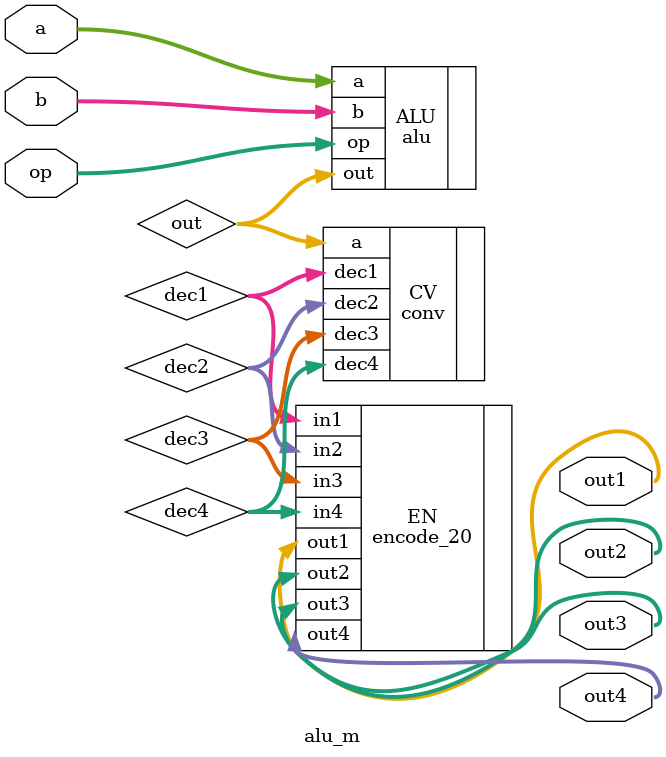
<source format=v>
`timescale 1ns / 1ps


module alu_m(a, b, op,out1,out2,out3,out4);
input [9:0] a, b;
input [2:0] op;
output [4:0] out1, out2, out3, out4;
wire [13:0] out;
wire [3:0] dec1, dec2, dec3, dec4;

alu ALU(.a(a), .b(b), .op(op), .out(out));
conv CV(.a(out), .dec1(dec1), .dec2(dec2), .dec3(dec3), .dec4(dec4));
encode_20 EN(.in1(dec1), .in2(dec2), .in3(dec3), .in4(dec4), .out1(out1), .out2(out2), .out3(out3), .out4(out4));


endmodule

</source>
